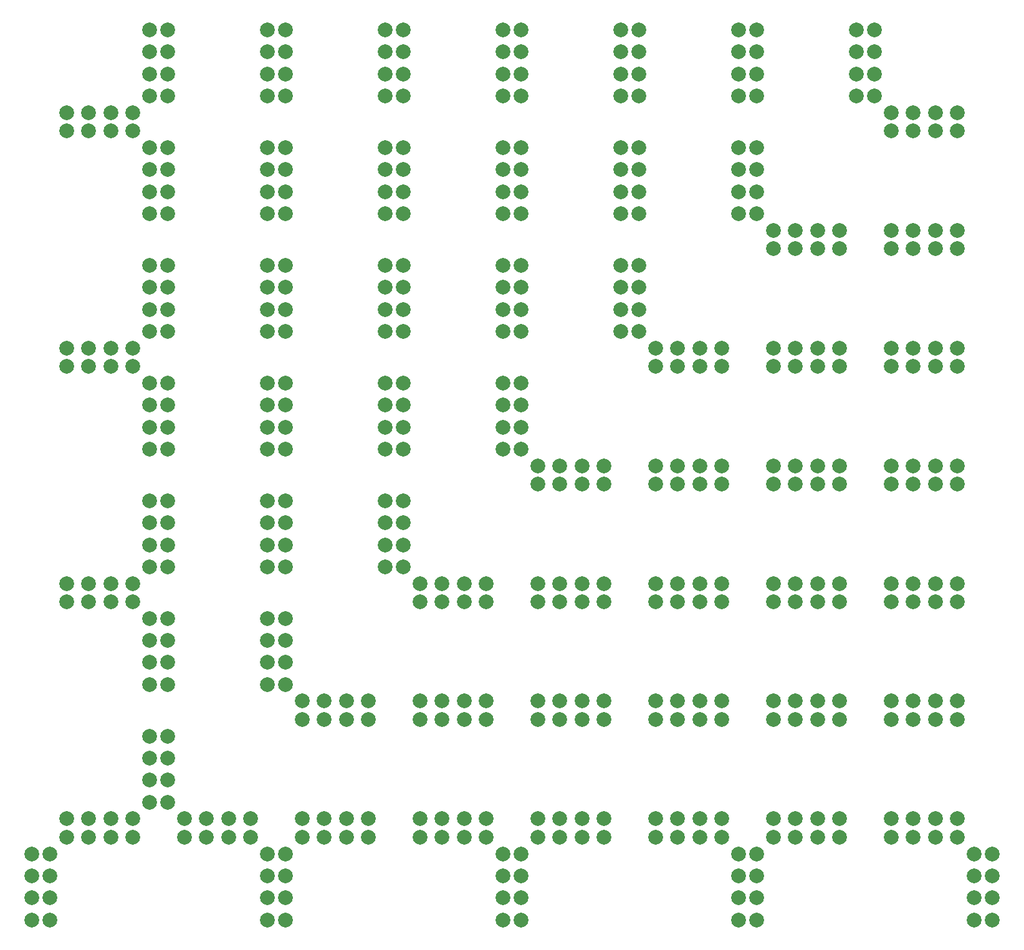
<source format=gbl>
G04 DipTrace 2.4.0.2*
%IN64xAPA102Cx16mm.gbl*%
%MOMM*%
%ADD19C,2.0*%
%FSLAX53Y53*%
G04*
G71*
G90*
G75*
G01*
%LNBottom*%
%LPD*%
D19*
X11258Y16508D3*
X8758D3*
X11258Y19508D3*
X8758D3*
X11258Y13508D3*
X8758D3*
X11258Y22508D3*
X8758D3*
X19508Y27258D3*
Y24758D3*
X16508Y27258D3*
Y24758D3*
X22508Y27258D3*
Y24758D3*
X13508Y27258D3*
Y24758D3*
X27258Y32508D3*
X24758D3*
X27258Y35508D3*
X24758D3*
X27258Y29508D3*
X24758D3*
X27258Y38508D3*
X24758D3*
X32508Y24758D3*
Y27258D3*
X35508Y24758D3*
Y27258D3*
X29508Y24758D3*
Y27258D3*
X38508Y24758D3*
Y27258D3*
X43258Y16508D3*
X40758D3*
X43258Y19508D3*
X40758D3*
X43258Y13508D3*
X40758D3*
X43258Y22508D3*
X40758D3*
X51508Y27258D3*
Y24758D3*
X48508Y27258D3*
Y24758D3*
X54508Y27258D3*
Y24758D3*
X45508Y27258D3*
Y24758D3*
X51508Y43258D3*
Y40758D3*
X48508Y43258D3*
Y40758D3*
X54508Y43258D3*
Y40758D3*
X45508Y43258D3*
Y40758D3*
X40758Y51508D3*
X43258D3*
X40758Y48508D3*
X43258D3*
X40758Y54508D3*
X43258D3*
X40758Y45508D3*
X43258D3*
X24758Y51508D3*
X27258D3*
X24758Y48508D3*
X27258D3*
X24758Y54508D3*
X27258D3*
X24758Y45508D3*
X27258D3*
X19508Y59258D3*
Y56758D3*
X16508Y59258D3*
Y56758D3*
X22508Y59258D3*
Y56758D3*
X13508Y59258D3*
Y56758D3*
X27258Y64508D3*
X24758D3*
X27258Y67508D3*
X24758D3*
X27258Y61508D3*
X24758D3*
X27258Y70508D3*
X24758D3*
X43258Y64508D3*
X40758D3*
X43258Y67508D3*
X40758D3*
X43258Y61508D3*
X40758D3*
X43258Y70508D3*
X40758D3*
X59258Y64508D3*
X56758D3*
X59258Y67508D3*
X56758D3*
X59258Y61508D3*
X56758D3*
X59258Y70508D3*
X56758D3*
X64508Y56758D3*
Y59258D3*
X67508Y56758D3*
Y59258D3*
X61508Y56758D3*
Y59258D3*
X70508Y56758D3*
Y59258D3*
X64508Y40758D3*
Y43258D3*
X67508Y40758D3*
Y43258D3*
X61508Y40758D3*
Y43258D3*
X70508Y40758D3*
Y43258D3*
X64508Y24758D3*
Y27258D3*
X67508Y24758D3*
Y27258D3*
X61508Y24758D3*
Y27258D3*
X70508Y24758D3*
Y27258D3*
X75258Y16508D3*
X72758D3*
X75258Y19508D3*
X72758D3*
X75258Y13508D3*
X72758D3*
X75258Y22508D3*
X72758D3*
X83508Y27258D3*
Y24758D3*
X80508Y27258D3*
Y24758D3*
X86508Y27258D3*
Y24758D3*
X77508Y27258D3*
Y24758D3*
X83508Y43258D3*
Y40758D3*
X80508Y43258D3*
Y40758D3*
X86508Y43258D3*
Y40758D3*
X77508Y43258D3*
Y40758D3*
X83508Y59258D3*
Y56758D3*
X80508Y59258D3*
Y56758D3*
X86508Y59258D3*
Y56758D3*
X77508Y59258D3*
Y56758D3*
X83508Y75258D3*
Y72758D3*
X80508Y75258D3*
Y72758D3*
X86508Y75258D3*
Y72758D3*
X77508Y75258D3*
Y72758D3*
X72758Y83508D3*
X75258D3*
X72758Y80508D3*
X75258D3*
X72758Y86508D3*
X75258D3*
X72758Y77508D3*
X75258D3*
X56758Y83508D3*
X59258D3*
X56758Y80508D3*
X59258D3*
X56758Y86508D3*
X59258D3*
X56758Y77508D3*
X59258D3*
X40758Y83508D3*
X43258D3*
X40758Y80508D3*
X43258D3*
X40758Y86508D3*
X43258D3*
X40758Y77508D3*
X43258D3*
X24758Y83508D3*
X27258D3*
X24758Y80508D3*
X27258D3*
X24758Y86508D3*
X27258D3*
X24758Y77508D3*
X27258D3*
X19508Y91258D3*
Y88758D3*
X16508Y91258D3*
Y88758D3*
X22508Y91258D3*
Y88758D3*
X13508Y91258D3*
Y88758D3*
X27258Y96508D3*
X24758D3*
X27258Y99508D3*
X24758D3*
X27258Y93508D3*
X24758D3*
X27258Y102508D3*
X24758D3*
X43258Y96508D3*
X40758D3*
X43258Y99508D3*
X40758D3*
X43258Y93508D3*
X40758D3*
X43258Y102508D3*
X40758D3*
X59258Y96508D3*
X56758D3*
X59258Y99508D3*
X56758D3*
X59258Y93508D3*
X56758D3*
X59258Y102508D3*
X56758D3*
X75258Y96508D3*
X72758D3*
X75258Y99508D3*
X72758D3*
X75258Y93508D3*
X72758D3*
X75258Y102508D3*
X72758D3*
X91258Y96508D3*
X88758D3*
X91258Y99508D3*
X88758D3*
X91258Y93508D3*
X88758D3*
X91258Y102508D3*
X88758D3*
X96508Y88758D3*
Y91258D3*
X99508Y88758D3*
Y91258D3*
X93508Y88758D3*
Y91258D3*
X102508Y88758D3*
Y91258D3*
X96508Y72758D3*
Y75258D3*
X99508Y72758D3*
Y75258D3*
X93508Y72758D3*
Y75258D3*
X102508Y72758D3*
Y75258D3*
X96508Y56758D3*
Y59258D3*
X99508Y56758D3*
Y59258D3*
X93508Y56758D3*
Y59258D3*
X102508Y56758D3*
Y59258D3*
X96508Y40758D3*
Y43258D3*
X99508Y40758D3*
Y43258D3*
X93508Y40758D3*
Y43258D3*
X102508Y40758D3*
Y43258D3*
X96508Y24758D3*
Y27258D3*
X99508Y24758D3*
Y27258D3*
X93508Y24758D3*
Y27258D3*
X102508Y24758D3*
Y27258D3*
X107258Y16508D3*
X104758D3*
X107258Y19508D3*
X104758D3*
X107258Y13508D3*
X104758D3*
X107258Y22508D3*
X104758D3*
X115508Y27258D3*
Y24758D3*
X112508Y27258D3*
Y24758D3*
X118508Y27258D3*
Y24758D3*
X109508Y27258D3*
Y24758D3*
X115508Y43258D3*
Y40758D3*
X112508Y43258D3*
Y40758D3*
X118508Y43258D3*
Y40758D3*
X109508Y43258D3*
Y40758D3*
X115508Y59258D3*
Y56758D3*
X112508Y59258D3*
Y56758D3*
X118508Y59258D3*
Y56758D3*
X109508Y59258D3*
Y56758D3*
X115508Y75258D3*
Y72758D3*
X112508Y75258D3*
Y72758D3*
X118508Y75258D3*
Y72758D3*
X109508Y75258D3*
Y72758D3*
X115508Y91258D3*
Y88758D3*
X112508Y91258D3*
Y88758D3*
X118508Y91258D3*
Y88758D3*
X109508Y91258D3*
Y88758D3*
X115508Y107258D3*
Y104758D3*
X112508Y107258D3*
Y104758D3*
X118508Y107258D3*
Y104758D3*
X109508Y107258D3*
Y104758D3*
X104758Y115508D3*
X107258D3*
X104758Y112508D3*
X107258D3*
X104758Y118508D3*
X107258D3*
X104758Y109508D3*
X107258D3*
X88758Y115508D3*
X91258D3*
X88758Y112508D3*
X91258D3*
X88758Y118508D3*
X91258D3*
X88758Y109508D3*
X91258D3*
X72758Y115508D3*
X75258D3*
X72758Y112508D3*
X75258D3*
X72758Y118508D3*
X75258D3*
X72758Y109508D3*
X75258D3*
X56758Y115508D3*
X59258D3*
X56758Y112508D3*
X59258D3*
X56758Y118508D3*
X59258D3*
X56758Y109508D3*
X59258D3*
X40758Y115508D3*
X43258D3*
X40758Y112508D3*
X43258D3*
X40758Y118508D3*
X43258D3*
X40758Y109508D3*
X43258D3*
X24758Y115508D3*
X27258D3*
X24758Y112508D3*
X27258D3*
X24758Y118508D3*
X27258D3*
X24758Y109508D3*
X27258D3*
X19508Y123258D3*
Y120758D3*
X16508Y123258D3*
Y120758D3*
X22508Y123258D3*
Y120758D3*
X13508Y123258D3*
Y120758D3*
X27258Y128508D3*
X24758D3*
X27258Y131508D3*
X24758D3*
X27258Y125508D3*
X24758D3*
X27258Y134508D3*
X24758D3*
X43258Y128508D3*
X40758D3*
X43258Y131508D3*
X40758D3*
X43258Y125508D3*
X40758D3*
X43258Y134508D3*
X40758D3*
X59258Y128508D3*
X56758D3*
X59258Y131508D3*
X56758D3*
X59258Y125508D3*
X56758D3*
X59258Y134508D3*
X56758D3*
X75258Y128508D3*
X72758D3*
X75258Y131508D3*
X72758D3*
X75258Y125508D3*
X72758D3*
X75258Y134508D3*
X72758D3*
X91258Y128508D3*
X88758D3*
X91258Y131508D3*
X88758D3*
X91258Y125508D3*
X88758D3*
X91258Y134508D3*
X88758D3*
X107258Y128508D3*
X104758D3*
X107258Y131508D3*
X104758D3*
X107258Y125508D3*
X104758D3*
X107258Y134508D3*
X104758D3*
X123258Y128508D3*
X120758D3*
X123258Y131508D3*
X120758D3*
X123258Y125508D3*
X120758D3*
X123258Y134508D3*
X120758D3*
X128508Y120758D3*
Y123258D3*
X131508Y120758D3*
Y123258D3*
X125508Y120758D3*
Y123258D3*
X134508Y120758D3*
Y123258D3*
X128508Y104758D3*
Y107258D3*
X131508Y104758D3*
Y107258D3*
X125508Y104758D3*
Y107258D3*
X134508Y104758D3*
Y107258D3*
X128508Y88758D3*
Y91258D3*
X131508Y88758D3*
Y91258D3*
X125508Y88758D3*
Y91258D3*
X134508Y88758D3*
Y91258D3*
X128508Y72758D3*
Y75258D3*
X131508Y72758D3*
Y75258D3*
X125508Y72758D3*
Y75258D3*
X134508Y72758D3*
Y75258D3*
X128508Y56758D3*
Y59258D3*
X131508Y56758D3*
Y59258D3*
X125508Y56758D3*
Y59258D3*
X134508Y56758D3*
Y59258D3*
X128508Y40758D3*
Y43258D3*
X131508Y40758D3*
Y43258D3*
X125508Y40758D3*
Y43258D3*
X134508Y40758D3*
Y43258D3*
X128508Y24758D3*
Y27258D3*
X131508Y24758D3*
Y27258D3*
X125508Y24758D3*
Y27258D3*
X134508Y24758D3*
Y27258D3*
X136758Y19508D3*
X139258D3*
X136758Y16508D3*
X139258D3*
X136758Y22508D3*
X139258D3*
X136758Y13508D3*
X139258D3*
M02*

</source>
